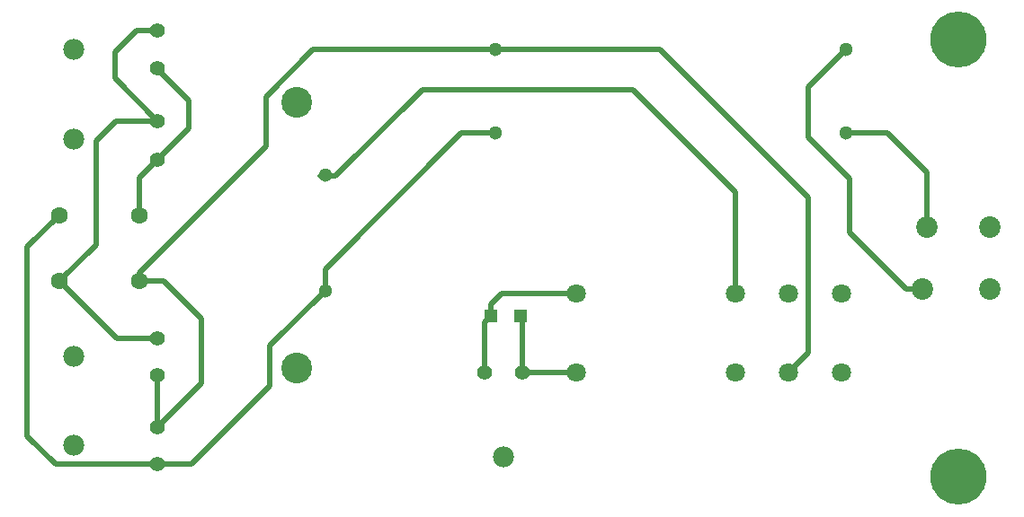
<source format=gbr>
G04 #@! TF.FileFunction,Copper,L1,Top,Signal*
%FSLAX46Y46*%
G04 Gerber Fmt 4.6, Leading zero omitted, Abs format (unit mm)*
G04 Created by KiCad (PCBNEW 4.0.7-e2-6376~58~ubuntu16.04.1) date Tue Feb  6 09:54:39 2018*
%MOMM*%
%LPD*%
G01*
G04 APERTURE LIST*
%ADD10C,0.100000*%
%ADD11C,2.020000*%
%ADD12C,5.280000*%
%ADD13C,1.800000*%
%ADD14R,1.200000X1.200000*%
%ADD15C,1.600000*%
%ADD16C,1.300000*%
%ADD17C,2.900000*%
%ADD18C,1.397000*%
%ADD19C,1.981000*%
%ADD20C,0.508000*%
G04 APERTURE END LIST*
D10*
D11*
X185564000Y-55880000D03*
X186000000Y-50040000D03*
X191850000Y-50040000D03*
X191850000Y-55880000D03*
D12*
X188930000Y-32350000D03*
X188930000Y-73570000D03*
D13*
X172908000Y-56254000D03*
X172908000Y-63754000D03*
X167908000Y-63754000D03*
X152908000Y-63754000D03*
X152908000Y-56254000D03*
X167908000Y-56254000D03*
X177908000Y-63754000D03*
X177908000Y-56254000D03*
D14*
X147704000Y-58420000D03*
X144904000Y-58420000D03*
D15*
X104267000Y-55118000D03*
X111767000Y-55128000D03*
X111760000Y-48895000D03*
X104260000Y-48885000D03*
D16*
X178308000Y-41148000D03*
X145308000Y-41148000D03*
X178308000Y-33274000D03*
X145308000Y-33274000D03*
X129286000Y-56007000D03*
X129286000Y-45107000D03*
D17*
X126616000Y-63320000D03*
X126616000Y-38280000D03*
D18*
X113500000Y-64000000D03*
X113500000Y-60500000D03*
D19*
X105590000Y-62250000D03*
D18*
X113500000Y-43669000D03*
X113500000Y-40000000D03*
D19*
X105590000Y-41750000D03*
D18*
X113500000Y-35000000D03*
X113500000Y-31500000D03*
D19*
X105590000Y-33250000D03*
D18*
X147828000Y-63754000D03*
X144328000Y-63754000D03*
D19*
X146078000Y-71664000D03*
D18*
X113500000Y-72390000D03*
X113500000Y-68890000D03*
D19*
X105590000Y-70640000D03*
D20*
X144328000Y-63754000D02*
X144328000Y-58996000D01*
X144328000Y-58996000D02*
X144904000Y-58420000D01*
X144904000Y-58420000D02*
X144904000Y-57280000D01*
X145930000Y-56254000D02*
X152908000Y-56254000D01*
X144904000Y-57280000D02*
X145930000Y-56254000D01*
X147828000Y-63754000D02*
X147828000Y-58544000D01*
X147828000Y-58544000D02*
X147704000Y-58420000D01*
X147828000Y-63754000D02*
X152908000Y-63754000D01*
X147704000Y-58420000D02*
X147704000Y-58550000D01*
X113500000Y-40000000D02*
X109606000Y-40000000D01*
X107696000Y-51689000D02*
X104267000Y-55118000D01*
X107696000Y-41910000D02*
X107696000Y-51689000D01*
X109606000Y-40000000D02*
X107696000Y-41910000D01*
X113500000Y-60500000D02*
X109649000Y-60500000D01*
X109649000Y-60500000D02*
X104267000Y-55118000D01*
X113500000Y-40000000D02*
X113500000Y-40297000D01*
X113500000Y-31500000D02*
X111502000Y-31500000D01*
X109474000Y-35974000D02*
X113500000Y-40000000D01*
X109474000Y-33528000D02*
X109474000Y-35974000D01*
X111502000Y-31500000D02*
X109474000Y-33528000D01*
X111767000Y-55128000D02*
X111767000Y-54349000D01*
X111767000Y-54349000D02*
X123698000Y-42418000D01*
X128143000Y-33274000D02*
X145308000Y-33274000D01*
X123698000Y-37719000D02*
X128143000Y-33274000D01*
X123698000Y-42418000D02*
X123698000Y-37719000D01*
X111767000Y-55128000D02*
X114056000Y-55128000D01*
X117602000Y-64788000D02*
X113500000Y-68890000D01*
X117602000Y-58674000D02*
X117602000Y-64788000D01*
X114056000Y-55128000D02*
X117602000Y-58674000D01*
X113500000Y-68890000D02*
X113500000Y-64000000D01*
X145308000Y-33274000D02*
X160782000Y-33274000D01*
X160782000Y-33274000D02*
X174752000Y-47244000D01*
X174752000Y-47244000D02*
X174752000Y-61910000D01*
X174752000Y-61910000D02*
X172908000Y-63754000D01*
X111760000Y-48895000D02*
X111760000Y-45409000D01*
X111760000Y-45409000D02*
X113500000Y-43669000D01*
X113500000Y-35000000D02*
X113500000Y-35141000D01*
X113500000Y-35141000D02*
X116459000Y-38100000D01*
X116459000Y-38100000D02*
X116459000Y-40710000D01*
X116459000Y-40710000D02*
X113500000Y-43669000D01*
X113500000Y-72390000D02*
X103886000Y-72390000D01*
X101219000Y-51926000D02*
X104260000Y-48885000D01*
X101219000Y-69723000D02*
X101219000Y-51926000D01*
X103886000Y-72390000D02*
X101219000Y-69723000D01*
X145308000Y-41148000D02*
X142113000Y-41148000D01*
X129286000Y-53975000D02*
X129286000Y-56007000D01*
X142113000Y-41148000D02*
X129286000Y-53975000D01*
X113500000Y-72390000D02*
X116713000Y-72390000D01*
X124079000Y-61214000D02*
X129286000Y-56007000D01*
X124079000Y-65024000D02*
X124079000Y-61214000D01*
X116713000Y-72390000D02*
X124079000Y-65024000D01*
X178308000Y-41148000D02*
X182245000Y-41148000D01*
X186000000Y-44903000D02*
X186000000Y-50040000D01*
X182245000Y-41148000D02*
X186000000Y-44903000D01*
X185564000Y-55880000D02*
X184023000Y-55880000D01*
X174752000Y-36830000D02*
X178308000Y-33274000D01*
X174752000Y-41529000D02*
X174752000Y-36830000D01*
X178689000Y-45466000D02*
X174752000Y-41529000D01*
X178689000Y-50546000D02*
X178689000Y-45466000D01*
X184023000Y-55880000D02*
X178689000Y-50546000D01*
X178308000Y-33274000D02*
X178308000Y-33528000D01*
X128778000Y-45234000D02*
X130280000Y-45234000D01*
X167908000Y-46750000D02*
X167908000Y-56254000D01*
X158242000Y-37084000D02*
X167908000Y-46750000D01*
X138430000Y-37084000D02*
X158242000Y-37084000D01*
X130280000Y-45234000D02*
X138430000Y-37084000D01*
X128778000Y-45234000D02*
X128778000Y-45212000D01*
M02*

</source>
